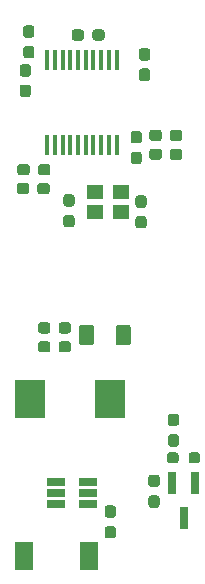
<source format=gbp>
G04 #@! TF.GenerationSoftware,KiCad,Pcbnew,(5.1.9)-1*
G04 #@! TF.CreationDate,2021-04-21T16:43:07+02:00*
G04 #@! TF.ProjectId,rgb_lcd_pihat,7267625f-6c63-4645-9f70-696861742e6b,rev?*
G04 #@! TF.SameCoordinates,Original*
G04 #@! TF.FileFunction,Paste,Bot*
G04 #@! TF.FilePolarity,Positive*
%FSLAX46Y46*%
G04 Gerber Fmt 4.6, Leading zero omitted, Abs format (unit mm)*
G04 Created by KiCad (PCBNEW (5.1.9)-1) date 2021-04-21 16:43:07*
%MOMM*%
%LPD*%
G01*
G04 APERTURE LIST*
%ADD10R,0.800000X1.900000*%
%ADD11R,1.400000X1.200000*%
%ADD12R,1.500000X2.400000*%
%ADD13R,0.450000X1.750000*%
%ADD14R,1.560000X0.650000*%
%ADD15R,2.500000X3.300000*%
G04 APERTURE END LIST*
G36*
G01*
X57850000Y-68825000D02*
X57850000Y-67575000D01*
G75*
G02*
X58100000Y-67325000I250000J0D01*
G01*
X58900000Y-67325000D01*
G75*
G02*
X59150000Y-67575000I0J-250000D01*
G01*
X59150000Y-68825000D01*
G75*
G02*
X58900000Y-69075000I-250000J0D01*
G01*
X58100000Y-69075000D01*
G75*
G02*
X57850000Y-68825000I0J250000D01*
G01*
G37*
G36*
G01*
X54750000Y-68825000D02*
X54750000Y-67575000D01*
G75*
G02*
X55000000Y-67325000I250000J0D01*
G01*
X55800000Y-67325000D01*
G75*
G02*
X56050000Y-67575000I0J-250000D01*
G01*
X56050000Y-68825000D01*
G75*
G02*
X55800000Y-69075000I-250000J0D01*
G01*
X55000000Y-69075000D01*
G75*
G02*
X54750000Y-68825000I0J250000D01*
G01*
G37*
G36*
G01*
X62512500Y-76600000D02*
X62987500Y-76600000D01*
G75*
G02*
X63225000Y-76837500I0J-237500D01*
G01*
X63225000Y-77412500D01*
G75*
G02*
X62987500Y-77650000I-237500J0D01*
G01*
X62512500Y-77650000D01*
G75*
G02*
X62275000Y-77412500I0J237500D01*
G01*
X62275000Y-76837500D01*
G75*
G02*
X62512500Y-76600000I237500J0D01*
G01*
G37*
G36*
G01*
X62512500Y-74850000D02*
X62987500Y-74850000D01*
G75*
G02*
X63225000Y-75087500I0J-237500D01*
G01*
X63225000Y-75662500D01*
G75*
G02*
X62987500Y-75900000I-237500J0D01*
G01*
X62512500Y-75900000D01*
G75*
G02*
X62275000Y-75662500I0J237500D01*
G01*
X62275000Y-75087500D01*
G75*
G02*
X62512500Y-74850000I237500J0D01*
G01*
G37*
G36*
G01*
X64025000Y-78837500D02*
X64025000Y-78362500D01*
G75*
G02*
X64262500Y-78125000I237500J0D01*
G01*
X64762500Y-78125000D01*
G75*
G02*
X65000000Y-78362500I0J-237500D01*
G01*
X65000000Y-78837500D01*
G75*
G02*
X64762500Y-79075000I-237500J0D01*
G01*
X64262500Y-79075000D01*
G75*
G02*
X64025000Y-78837500I0J237500D01*
G01*
G37*
G36*
G01*
X62200000Y-78837500D02*
X62200000Y-78362500D01*
G75*
G02*
X62437500Y-78125000I237500J0D01*
G01*
X62937500Y-78125000D01*
G75*
G02*
X63175000Y-78362500I0J-237500D01*
G01*
X63175000Y-78837500D01*
G75*
G02*
X62937500Y-79075000I-237500J0D01*
G01*
X62437500Y-79075000D01*
G75*
G02*
X62200000Y-78837500I0J237500D01*
G01*
G37*
D10*
X63600000Y-83700000D03*
X64550000Y-80700000D03*
X62650000Y-80700000D03*
G36*
G01*
X50737500Y-43025000D02*
X50262500Y-43025000D01*
G75*
G02*
X50025000Y-42787500I0J237500D01*
G01*
X50025000Y-42212500D01*
G75*
G02*
X50262500Y-41975000I237500J0D01*
G01*
X50737500Y-41975000D01*
G75*
G02*
X50975000Y-42212500I0J-237500D01*
G01*
X50975000Y-42787500D01*
G75*
G02*
X50737500Y-43025000I-237500J0D01*
G01*
G37*
G36*
G01*
X50737500Y-44775000D02*
X50262500Y-44775000D01*
G75*
G02*
X50025000Y-44537500I0J237500D01*
G01*
X50025000Y-43962500D01*
G75*
G02*
X50262500Y-43725000I237500J0D01*
G01*
X50737500Y-43725000D01*
G75*
G02*
X50975000Y-43962500I0J-237500D01*
G01*
X50975000Y-44537500D01*
G75*
G02*
X50737500Y-44775000I-237500J0D01*
G01*
G37*
D11*
X56100000Y-57800000D03*
X58300000Y-57800000D03*
X58300000Y-56100000D03*
X56100000Y-56100000D03*
G36*
G01*
X52325000Y-67362500D02*
X52325000Y-67837500D01*
G75*
G02*
X52087500Y-68075000I-237500J0D01*
G01*
X51512500Y-68075000D01*
G75*
G02*
X51275000Y-67837500I0J237500D01*
G01*
X51275000Y-67362500D01*
G75*
G02*
X51512500Y-67125000I237500J0D01*
G01*
X52087500Y-67125000D01*
G75*
G02*
X52325000Y-67362500I0J-237500D01*
G01*
G37*
G36*
G01*
X54075000Y-67362500D02*
X54075000Y-67837500D01*
G75*
G02*
X53837500Y-68075000I-237500J0D01*
G01*
X53262500Y-68075000D01*
G75*
G02*
X53025000Y-67837500I0J237500D01*
G01*
X53025000Y-67362500D01*
G75*
G02*
X53262500Y-67125000I237500J0D01*
G01*
X53837500Y-67125000D01*
G75*
G02*
X54075000Y-67362500I0J-237500D01*
G01*
G37*
G36*
G01*
X53662500Y-58025000D02*
X54137500Y-58025000D01*
G75*
G02*
X54375000Y-58262500I0J-237500D01*
G01*
X54375000Y-58837500D01*
G75*
G02*
X54137500Y-59075000I-237500J0D01*
G01*
X53662500Y-59075000D01*
G75*
G02*
X53425000Y-58837500I0J237500D01*
G01*
X53425000Y-58262500D01*
G75*
G02*
X53662500Y-58025000I237500J0D01*
G01*
G37*
G36*
G01*
X53662500Y-56275000D02*
X54137500Y-56275000D01*
G75*
G02*
X54375000Y-56512500I0J-237500D01*
G01*
X54375000Y-57087500D01*
G75*
G02*
X54137500Y-57325000I-237500J0D01*
G01*
X53662500Y-57325000D01*
G75*
G02*
X53425000Y-57087500I0J237500D01*
G01*
X53425000Y-56512500D01*
G75*
G02*
X53662500Y-56275000I237500J0D01*
G01*
G37*
G36*
G01*
X59762500Y-58125000D02*
X60237500Y-58125000D01*
G75*
G02*
X60475000Y-58362500I0J-237500D01*
G01*
X60475000Y-58937500D01*
G75*
G02*
X60237500Y-59175000I-237500J0D01*
G01*
X59762500Y-59175000D01*
G75*
G02*
X59525000Y-58937500I0J237500D01*
G01*
X59525000Y-58362500D01*
G75*
G02*
X59762500Y-58125000I237500J0D01*
G01*
G37*
G36*
G01*
X59762500Y-56375000D02*
X60237500Y-56375000D01*
G75*
G02*
X60475000Y-56612500I0J-237500D01*
G01*
X60475000Y-57187500D01*
G75*
G02*
X60237500Y-57425000I-237500J0D01*
G01*
X59762500Y-57425000D01*
G75*
G02*
X59525000Y-57187500I0J237500D01*
G01*
X59525000Y-56612500D01*
G75*
G02*
X59762500Y-56375000I237500J0D01*
G01*
G37*
G36*
G01*
X54125000Y-43037500D02*
X54125000Y-42562500D01*
G75*
G02*
X54362500Y-42325000I237500J0D01*
G01*
X54937500Y-42325000D01*
G75*
G02*
X55175000Y-42562500I0J-237500D01*
G01*
X55175000Y-43037500D01*
G75*
G02*
X54937500Y-43275000I-237500J0D01*
G01*
X54362500Y-43275000D01*
G75*
G02*
X54125000Y-43037500I0J237500D01*
G01*
G37*
G36*
G01*
X55875000Y-43037500D02*
X55875000Y-42562500D01*
G75*
G02*
X56112500Y-42325000I237500J0D01*
G01*
X56687500Y-42325000D01*
G75*
G02*
X56925000Y-42562500I0J-237500D01*
G01*
X56925000Y-43037500D01*
G75*
G02*
X56687500Y-43275000I-237500J0D01*
G01*
X56112500Y-43275000D01*
G75*
G02*
X55875000Y-43037500I0J237500D01*
G01*
G37*
G36*
G01*
X57162500Y-82625000D02*
X57637500Y-82625000D01*
G75*
G02*
X57875000Y-82862500I0J-237500D01*
G01*
X57875000Y-83437500D01*
G75*
G02*
X57637500Y-83675000I-237500J0D01*
G01*
X57162500Y-83675000D01*
G75*
G02*
X56925000Y-83437500I0J237500D01*
G01*
X56925000Y-82862500D01*
G75*
G02*
X57162500Y-82625000I237500J0D01*
G01*
G37*
G36*
G01*
X57162500Y-84375000D02*
X57637500Y-84375000D01*
G75*
G02*
X57875000Y-84612500I0J-237500D01*
G01*
X57875000Y-85187500D01*
G75*
G02*
X57637500Y-85425000I-237500J0D01*
G01*
X57162500Y-85425000D01*
G75*
G02*
X56925000Y-85187500I0J237500D01*
G01*
X56925000Y-84612500D01*
G75*
G02*
X57162500Y-84375000I237500J0D01*
G01*
G37*
G36*
G01*
X60862500Y-81775000D02*
X61337500Y-81775000D01*
G75*
G02*
X61575000Y-82012500I0J-237500D01*
G01*
X61575000Y-82587500D01*
G75*
G02*
X61337500Y-82825000I-237500J0D01*
G01*
X60862500Y-82825000D01*
G75*
G02*
X60625000Y-82587500I0J237500D01*
G01*
X60625000Y-82012500D01*
G75*
G02*
X60862500Y-81775000I237500J0D01*
G01*
G37*
G36*
G01*
X60862500Y-80025000D02*
X61337500Y-80025000D01*
G75*
G02*
X61575000Y-80262500I0J-237500D01*
G01*
X61575000Y-80837500D01*
G75*
G02*
X61337500Y-81075000I-237500J0D01*
G01*
X60862500Y-81075000D01*
G75*
G02*
X60625000Y-80837500I0J237500D01*
G01*
X60625000Y-80262500D01*
G75*
G02*
X60862500Y-80025000I237500J0D01*
G01*
G37*
G36*
G01*
X51275000Y-54437500D02*
X51275000Y-53962500D01*
G75*
G02*
X51512500Y-53725000I237500J0D01*
G01*
X52087500Y-53725000D01*
G75*
G02*
X52325000Y-53962500I0J-237500D01*
G01*
X52325000Y-54437500D01*
G75*
G02*
X52087500Y-54675000I-237500J0D01*
G01*
X51512500Y-54675000D01*
G75*
G02*
X51275000Y-54437500I0J237500D01*
G01*
G37*
G36*
G01*
X49525000Y-54437500D02*
X49525000Y-53962500D01*
G75*
G02*
X49762500Y-53725000I237500J0D01*
G01*
X50337500Y-53725000D01*
G75*
G02*
X50575000Y-53962500I0J-237500D01*
G01*
X50575000Y-54437500D01*
G75*
G02*
X50337500Y-54675000I-237500J0D01*
G01*
X49762500Y-54675000D01*
G75*
G02*
X49525000Y-54437500I0J237500D01*
G01*
G37*
D12*
X55600000Y-86900000D03*
X50100000Y-86900000D03*
G36*
G01*
X50525000Y-55562500D02*
X50525000Y-56037500D01*
G75*
G02*
X50287500Y-56275000I-237500J0D01*
G01*
X49712500Y-56275000D01*
G75*
G02*
X49475000Y-56037500I0J237500D01*
G01*
X49475000Y-55562500D01*
G75*
G02*
X49712500Y-55325000I237500J0D01*
G01*
X50287500Y-55325000D01*
G75*
G02*
X50525000Y-55562500I0J-237500D01*
G01*
G37*
G36*
G01*
X52275000Y-55562500D02*
X52275000Y-56037500D01*
G75*
G02*
X52037500Y-56275000I-237500J0D01*
G01*
X51462500Y-56275000D01*
G75*
G02*
X51225000Y-56037500I0J237500D01*
G01*
X51225000Y-55562500D01*
G75*
G02*
X51462500Y-55325000I237500J0D01*
G01*
X52037500Y-55325000D01*
G75*
G02*
X52275000Y-55562500I0J-237500D01*
G01*
G37*
G36*
G01*
X59837500Y-51975000D02*
X59362500Y-51975000D01*
G75*
G02*
X59125000Y-51737500I0J237500D01*
G01*
X59125000Y-51162500D01*
G75*
G02*
X59362500Y-50925000I237500J0D01*
G01*
X59837500Y-50925000D01*
G75*
G02*
X60075000Y-51162500I0J-237500D01*
G01*
X60075000Y-51737500D01*
G75*
G02*
X59837500Y-51975000I-237500J0D01*
G01*
G37*
G36*
G01*
X59837500Y-53725000D02*
X59362500Y-53725000D01*
G75*
G02*
X59125000Y-53487500I0J237500D01*
G01*
X59125000Y-52912500D01*
G75*
G02*
X59362500Y-52675000I237500J0D01*
G01*
X59837500Y-52675000D01*
G75*
G02*
X60075000Y-52912500I0J-237500D01*
G01*
X60075000Y-53487500D01*
G75*
G02*
X59837500Y-53725000I-237500J0D01*
G01*
G37*
G36*
G01*
X52325000Y-68962500D02*
X52325000Y-69437500D01*
G75*
G02*
X52087500Y-69675000I-237500J0D01*
G01*
X51512500Y-69675000D01*
G75*
G02*
X51275000Y-69437500I0J237500D01*
G01*
X51275000Y-68962500D01*
G75*
G02*
X51512500Y-68725000I237500J0D01*
G01*
X52087500Y-68725000D01*
G75*
G02*
X52325000Y-68962500I0J-237500D01*
G01*
G37*
G36*
G01*
X54075000Y-68962500D02*
X54075000Y-69437500D01*
G75*
G02*
X53837500Y-69675000I-237500J0D01*
G01*
X53262500Y-69675000D01*
G75*
G02*
X53025000Y-69437500I0J237500D01*
G01*
X53025000Y-68962500D01*
G75*
G02*
X53262500Y-68725000I237500J0D01*
G01*
X53837500Y-68725000D01*
G75*
G02*
X54075000Y-68962500I0J-237500D01*
G01*
G37*
D13*
X57925000Y-52100000D03*
X57275000Y-52100000D03*
X56625000Y-52100000D03*
X55975000Y-52100000D03*
X55325000Y-52100000D03*
X54675000Y-52100000D03*
X54025000Y-52100000D03*
X53375000Y-52100000D03*
X52725000Y-52100000D03*
X52075000Y-52100000D03*
X52075000Y-44900000D03*
X52725000Y-44900000D03*
X53375000Y-44900000D03*
X54025000Y-44900000D03*
X54675000Y-44900000D03*
X55325000Y-44900000D03*
X55975000Y-44900000D03*
X56625000Y-44900000D03*
X57275000Y-44900000D03*
X57925000Y-44900000D03*
D14*
X52800000Y-82500000D03*
X52800000Y-81550000D03*
X52800000Y-80600000D03*
X55500000Y-80600000D03*
X55500000Y-82500000D03*
X55500000Y-81550000D03*
D15*
X57400000Y-73600000D03*
X50600000Y-73600000D03*
G36*
G01*
X61775000Y-52662500D02*
X61775000Y-53137500D01*
G75*
G02*
X61537500Y-53375000I-237500J0D01*
G01*
X60937500Y-53375000D01*
G75*
G02*
X60700000Y-53137500I0J237500D01*
G01*
X60700000Y-52662500D01*
G75*
G02*
X60937500Y-52425000I237500J0D01*
G01*
X61537500Y-52425000D01*
G75*
G02*
X61775000Y-52662500I0J-237500D01*
G01*
G37*
G36*
G01*
X63500000Y-52662500D02*
X63500000Y-53137500D01*
G75*
G02*
X63262500Y-53375000I-237500J0D01*
G01*
X62662500Y-53375000D01*
G75*
G02*
X62425000Y-53137500I0J237500D01*
G01*
X62425000Y-52662500D01*
G75*
G02*
X62662500Y-52425000I237500J0D01*
G01*
X63262500Y-52425000D01*
G75*
G02*
X63500000Y-52662500I0J-237500D01*
G01*
G37*
G36*
G01*
X63500000Y-51062500D02*
X63500000Y-51537500D01*
G75*
G02*
X63262500Y-51775000I-237500J0D01*
G01*
X62662500Y-51775000D01*
G75*
G02*
X62425000Y-51537500I0J237500D01*
G01*
X62425000Y-51062500D01*
G75*
G02*
X62662500Y-50825000I237500J0D01*
G01*
X63262500Y-50825000D01*
G75*
G02*
X63500000Y-51062500I0J-237500D01*
G01*
G37*
G36*
G01*
X61775000Y-51062500D02*
X61775000Y-51537500D01*
G75*
G02*
X61537500Y-51775000I-237500J0D01*
G01*
X60937500Y-51775000D01*
G75*
G02*
X60700000Y-51537500I0J237500D01*
G01*
X60700000Y-51062500D01*
G75*
G02*
X60937500Y-50825000I237500J0D01*
G01*
X61537500Y-50825000D01*
G75*
G02*
X61775000Y-51062500I0J-237500D01*
G01*
G37*
G36*
G01*
X60062500Y-43900000D02*
X60537500Y-43900000D01*
G75*
G02*
X60775000Y-44137500I0J-237500D01*
G01*
X60775000Y-44737500D01*
G75*
G02*
X60537500Y-44975000I-237500J0D01*
G01*
X60062500Y-44975000D01*
G75*
G02*
X59825000Y-44737500I0J237500D01*
G01*
X59825000Y-44137500D01*
G75*
G02*
X60062500Y-43900000I237500J0D01*
G01*
G37*
G36*
G01*
X60062500Y-45625000D02*
X60537500Y-45625000D01*
G75*
G02*
X60775000Y-45862500I0J-237500D01*
G01*
X60775000Y-46462500D01*
G75*
G02*
X60537500Y-46700000I-237500J0D01*
G01*
X60062500Y-46700000D01*
G75*
G02*
X59825000Y-46462500I0J237500D01*
G01*
X59825000Y-45862500D01*
G75*
G02*
X60062500Y-45625000I237500J0D01*
G01*
G37*
G36*
G01*
X50437500Y-46337500D02*
X49962500Y-46337500D01*
G75*
G02*
X49725000Y-46100000I0J237500D01*
G01*
X49725000Y-45500000D01*
G75*
G02*
X49962500Y-45262500I237500J0D01*
G01*
X50437500Y-45262500D01*
G75*
G02*
X50675000Y-45500000I0J-237500D01*
G01*
X50675000Y-46100000D01*
G75*
G02*
X50437500Y-46337500I-237500J0D01*
G01*
G37*
G36*
G01*
X50437500Y-48062500D02*
X49962500Y-48062500D01*
G75*
G02*
X49725000Y-47825000I0J237500D01*
G01*
X49725000Y-47225000D01*
G75*
G02*
X49962500Y-46987500I237500J0D01*
G01*
X50437500Y-46987500D01*
G75*
G02*
X50675000Y-47225000I0J-237500D01*
G01*
X50675000Y-47825000D01*
G75*
G02*
X50437500Y-48062500I-237500J0D01*
G01*
G37*
M02*

</source>
